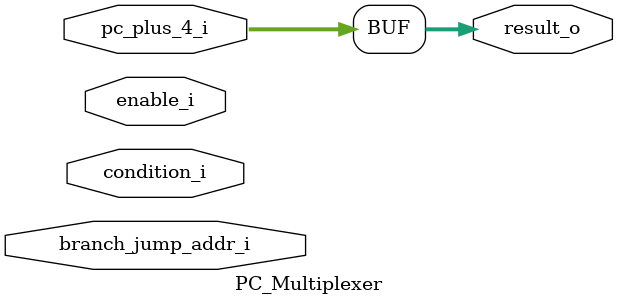
<source format=v>
module PC_Multiplexer
#(
	parameter N = 32
)(
	input [0:0] condition_i,
	input [0:0] enable_i,
	input [N-1:0] pc_plus_4_i,
	input [N-1:0] branch_jump_addr_i,
	output [N-1:0] result_o
);
	
	assign result_o = pc_plus_4_i;
endmodule
</source>
